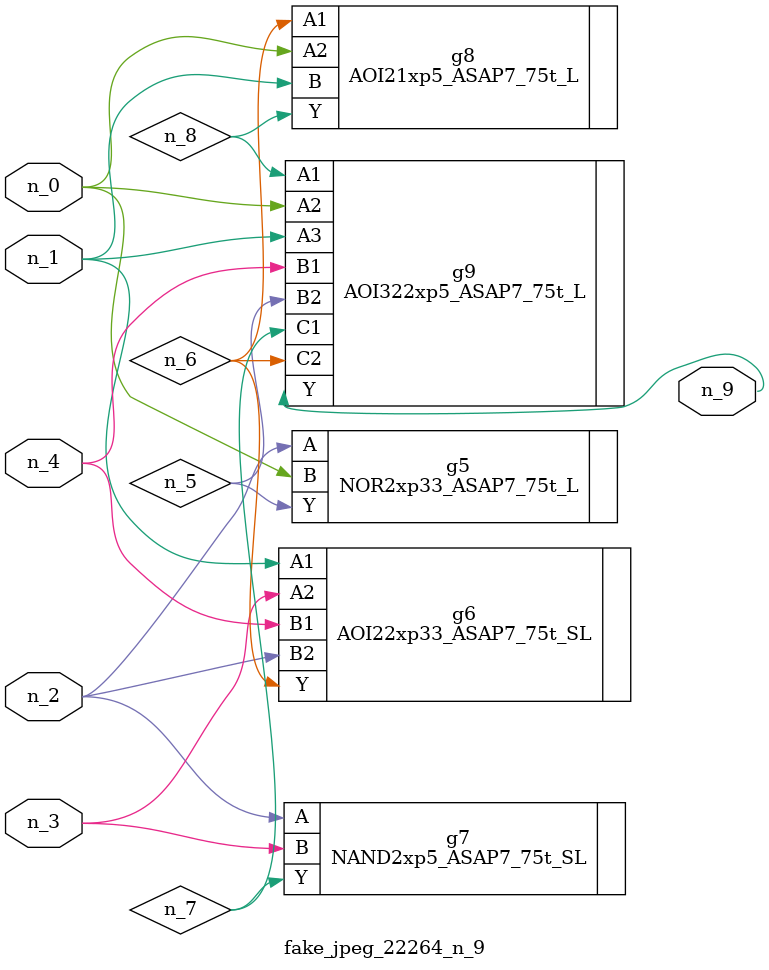
<source format=v>
module fake_jpeg_22264_n_9 (n_3, n_2, n_1, n_0, n_4, n_9);

input n_3;
input n_2;
input n_1;
input n_0;
input n_4;

output n_9;

wire n_8;
wire n_6;
wire n_5;
wire n_7;

NOR2xp33_ASAP7_75t_L g5 ( 
.A(n_2),
.B(n_0),
.Y(n_5)
);

AOI22xp33_ASAP7_75t_SL g6 ( 
.A1(n_1),
.A2(n_3),
.B1(n_4),
.B2(n_2),
.Y(n_6)
);

NAND2xp5_ASAP7_75t_SL g7 ( 
.A(n_2),
.B(n_3),
.Y(n_7)
);

AOI21xp5_ASAP7_75t_L g8 ( 
.A1(n_6),
.A2(n_0),
.B(n_1),
.Y(n_8)
);

AOI322xp5_ASAP7_75t_L g9 ( 
.A1(n_8),
.A2(n_0),
.A3(n_1),
.B1(n_4),
.B2(n_5),
.C1(n_7),
.C2(n_6),
.Y(n_9)
);


endmodule
</source>
